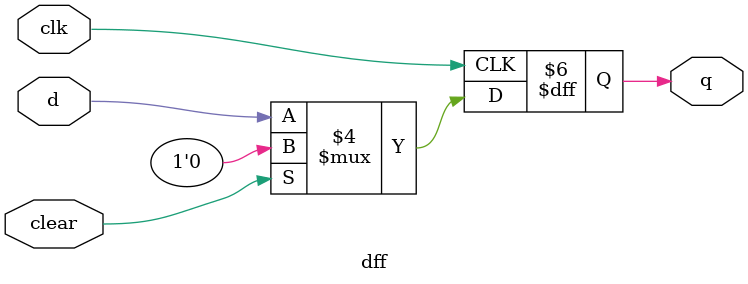
<source format=v>

module sixtyfour_bit_Recursive_Carry_Adder(
output [63:0] sum,
output cout,
input [63:0] a,b,
input clk);
  
wire cin = 1'b0;
wire [63:0] c,g,p;
  
kgpchoose kgp[63:0](g, p, a, b);
wire [63:1] g2, p2;
buff buff_0(c[0], g[0]);
calcblock calc_1[63:1](g2[63:1], p2[63:1], g[63:1], p[63:1], g[62:0], p[62:0]);


wire [63:0] c_1,g_1,p_1,a_1,b_1;
wire [63:1] g2_1,p2_1;
dff df10[63:0](g,clk,1'b0,g_1);
dff df11[63:0](p,clk,1'b0,p_1);
//dff df12[63:0](a,clk,1'b0,a_1);
//dff df13[63:0](b,clk,1'b0,b_1);
dff df14[63:0](c,clk,1'b0,c_1);
dff df15[63:1](g2,clk,1'b0,g2_1);
dff df16[63:1](p2,clk,1'b0,p2_1);
wire cin_1;
dff df1(cin,clk,1'b0,cin_1);

wire [63:2] g3, p3;
buff buff_1(c_1[1], g2_1[1]);
calcblock calc_2[63:2](g3[63:2], p3[63:2], g2_1[63:2], p2_1[63:2], {g2_1[61:1],g_1[0]}, {p2_1[61:1],p_1[0]});

wire [63:0] c_2,g_2,p_2,a_2,b_2;
wire [63:1] g2_2,p2_2;
wire [63:2] g3_2, p3_2;
dff df20[63:0](g_1,clk,1'b0,g_2);
dff df21[63:0](p_1,clk,1'b0,p_2);
//dff df22[63:0](a_1,clk,1'b0,a_2);
//dff df23[63:0](b_1,clk,1'b0,b_2);
dff df24[63:0](c_1,clk,1'b0,c_2);
dff df25[63:1](g2_1,clk,1'b0,g2_2);
dff df26[63:1](p2_1,clk,1'b0,p2_2);
dff df27[63:2](g3,clk,1'b0,g3_2);
dff df28[63:2](p3,clk,1'b0,p3_2);
wire cin_2;
dff df2(cin_1,clk,1'b0,cin_2);

wire [63:4] g4, p4;
buff buff_2[3:2](c_2[3:2], g3_2[3:2]);
calcblock calc_3[63:4](g4[63:4], p4[63:4], g3_2[63:4], p3_2[63:4], {g3_2[59:2],g2_2[1],g_2[0]}, {p3_2[59:2],p2_2[1],p_2[0]});

wire [63:0] c_3,g_3,p_3,a_3,b_3;
wire [63:1] g2_3,p2_3;
wire [63:2] g3_3, p3_3;
wire [63:4] g4_3, p4_3;
dff df30[63:0](g_2,clk,1'b0,g_3);
dff df31[63:0](p_2,clk,1'b0,p_3);
//dff df32[63:0](a_2,clk,1'b0,a_3);
//dff df33[63:0](b_2,clk,1'b0,b_3);
dff df34[63:0](c_2,clk,1'b0,c_3);
dff df35[63:1](g2_2,clk,1'b0,g2_3);
dff df36[63:1](p2_2,clk,1'b0,p2_3);
dff df37[63:2](g3_2,clk,1'b0,g3_3);
dff df38[63:2](p3_2,clk,1'b0,p3_3);
dff df39[63:4](g4,clk,1'b0,g4_3);
dff df310[63:4](p4,clk,1'b0,p4_3);
wire cin_3;
dff df3(cin_2,clk,1'b0,cin_3);

wire [63:8] g5, p5;
buff buff_3[7:4](c_3[7:4], g4_3[7:4]);
calcblock calc_4[63:8](g5[63:8], p5[63:8], g4_3[63:8], p4_3[63:8], {g4_3[55:4],g3_3[3:2],g2_3[1],g_3[0]}, {p4_3[55:4],p3_3[3:2],p2_3[1],p_3[0]});

wire [63:0] c_4,g_4,p_4,a_4,b_4;
wire [63:1] g2_4,p2_4;
wire [63:2] g3_4, p3_4;
wire [63:4] g4_4, p4_4;
wire [63:8] g5_4, p5_4;
dff df40[63:0](g_3,clk,1'b0,g_4);
dff df41[63:0](p_3,clk,1'b0,p_4);
//dff df42[63:0](a_3,clk,1'b0,a_4);
//dff df43[63:0](b_3,clk,1'b0,b_4);
dff df44[63:0](c_3,clk,1'b0,c_4);
dff df45[63:1](g2_3,clk,1'b0,g2_4);
dff df46[63:1](p2_3,clk,1'b0,p2_4);
dff df47[63:2](g3_3,clk,1'b0,g3_4);
dff df48[63:2](p3_3,clk,1'b0,p3_4);
dff df49[63:4](g4_3,clk,1'b0,g4_4);
dff df410[63:4](p4_3,clk,1'b0,p4_4);
dff df411[63:8](g5,clk,1'b0,g5_4);
dff df412[63:8](p5,clk,1'b0,p5_4);   
wire cin_4;
dff df4(cin_3,clk,1'b0,cin_4);
     
wire [63:16] g6, p6;
buff buff_4[15:8](c_4[15:8], g5_4[15:8]);
calcblock calc_5[63:16](g6[63:16], p6[63:16], g5_4[63:16], p5_4[63:16], {g5_4[47:8],g4_4[7:4],g3_4[3:2],g2_4[1],g_4[0]}, {p5_4[47:8],p4_4[7:4],p3_4[3:2],p2_4[1],p_4[0]});

wire [63:0] c_5,g_5,p_5,a_5,b_5;
wire [63:1] g2_5,p2_5;
wire [63:2] g3_5, p3_5;
wire [63:4] g4_5, p4_5;
wire [63:8] g5_5, p5_5;
wire [63:16] g6_5, p6_5;
dff df50[63:0](g_4,clk,1'b0,g_5);
dff df51[63:0](p_4,clk,1'b0,p_5);
//dff df52[63:0](a_4,clk,1'b0,a_5);
//dff df53[63:0](b_4,clk,1'b0,b_5);
dff df54[63:0](c_4,clk,1'b0,c_5);
dff df55[63:1](g2_4,clk,1'b0,g2_5);
dff df56[63:1](p2_4,clk,1'b0,p2_5);
dff df57[63:2](g3_4,clk,1'b0,g3_5);
dff df58[63:2](p3_4,clk,1'b0,p3_5);
dff df59[63:4](g4_4,clk,1'b0,g4_5);
dff df510[63:4](p4_4,clk,1'b0,p4_5);
dff df511[63:8](g5_4,clk,1'b0,g5_5);
dff df512[63:8](p5_4,clk,1'b0,p5_5);
dff df513[63:16](g6,clk,1'b0,g6_5);
dff df514[63:16](p6,clk,1'b0,p6_5); 
wire cin_5;
dff df5(cin_4,clk,1'b0,cin_5);

wire [63:32] g7, p7;
buff buff_5[31:16](c_5[31:16], g6_5[31:16]);
calcblock calc_6[63:32](g7[63:32], p7[63:32], g6_5[63:32], p6_5[63:32], {g6_5[31:16],g5_5[15:8],g4_5[7:4],g3_5[3:2],g2_5[1],g_5[0]}, {p6_5[31:16],p5_5[15:8],p4_5[7:4],p3_5[3:2],p2_5[1],p_5[0]});

wire [63:0] c_6,g_6,p_6,a_6,b_6;
wire [63:1] g2_6,p2_6;
wire [63:2] g3_6, p3_6;
wire [63:4] g4_6, p4_6;
wire [63:8] g5_6, p5_6;
wire [63:16] g6_6, p6_6;
wire [63:32] g7_6, p7_6;
dff df60[63:0](g_5,clk,1'b0,g_6);
dff df61[63:0](p_5,clk,1'b0,p_6);
//dff df62[63:0](a_5,clk,1'b0,a_6);
//dff df63[63:0](b_5,clk,1'b0,b_6);
dff df64[63:0](c_5,clk,1'b0,c_6);
dff df65[63:1](g2_5,clk,1'b0,g2_6);
dff df66[63:1](p2_5,clk,1'b0,p2_6);
dff df67[63:2](g3_5,clk,1'b0,g3_6);
dff df68[63:2](p3_5,clk,1'b0,p3_6);
dff df69[63:4](g4_5,clk,1'b0,g4_6);
dff df610[63:4](p4_5,clk,1'b0,p4_6);
dff df611[63:8](g5_5,clk,1'b0,g5_6);
dff df612[63:8](p5_5,clk,1'b0,p5_6);
dff df613[63:16](g6_5,clk,1'b0,g6_6);
dff df614[63:16](p6_5,clk,1'b0,p6_6);
dff df615[63:32](g7,clk,1'b0,g7_6);
dff df616[63:32](p7,clk,1'b0,p7_6); 
wire cin_6;
dff df6(cin_5,clk,1'b0,cin_6);

buff buff_6[63:32](c_6[63:32], g7_6[63:32]);
finaladder adder_0(sum[0],p_6[0],cin_6);
finaladder addr_1[63:1](sum[63:1],p_6[63:1], c_6[62:0]);
buf(cout, c_6[63]);
 

 


endmodule



module kgpchoose(
output G, P,
input Ai, Bi);
and(G, Ai, Bi);
xor(P, Ai, Bi);
endmodule

module finaladder(
output Si,
input Pi, Ci);
xor(Si, Pi, Ci);
endmodule

module finaladderr(
output Si,
input ai,bi,Ci);
wire w;
xor(w,ai,bi);
xor(Si,w,Ci);
endmodule

module buff(
output Ci,
input Gi);
//buf(Ci, Gi);
assign Ci=Gi;
endmodule

module calcblock(output G, P, input Gi, Pi, Gip, Pip);
wire w;
and(w, Pi, Gip);
or(G, w, Gi);
and(P, Pi, Pip);
endmodule

module dff(d,clk,clear,q); 
input d, clk, clear; 
output reg q; 
always@(posedge clk) 
begin
if(clear== 1)
q <= 0;
else 
q <= d;
//$display("%d\n",$time);  
end 
endmodule

</source>
